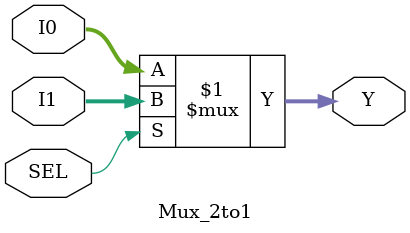
<source format=v>
module Mux_2to1(
    input       wire    [31:0]      I0,
    input       wire    [31:0]      I1,
    input       wire                SEL,
    output      wire    [31:0]      Y
);

assign  Y   =   SEL ?   I1 : I0;

endmodule

</source>
